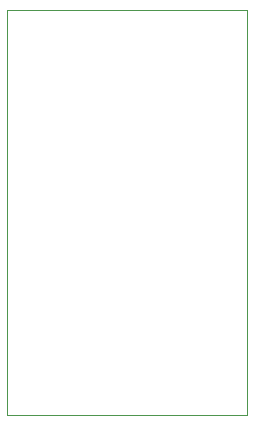
<source format=gm1>
G04 #@! TF.GenerationSoftware,KiCad,Pcbnew,7.0.7*
G04 #@! TF.CreationDate,2024-02-07T12:10:54-08:00*
G04 #@! TF.ProjectId,Raven Expansion,52617665-6e20-4457-9870-616e73696f6e,rev?*
G04 #@! TF.SameCoordinates,Original*
G04 #@! TF.FileFunction,Profile,NP*
%FSLAX46Y46*%
G04 Gerber Fmt 4.6, Leading zero omitted, Abs format (unit mm)*
G04 Created by KiCad (PCBNEW 7.0.7) date 2024-02-07 12:10:54*
%MOMM*%
%LPD*%
G01*
G04 APERTURE LIST*
G04 #@! TA.AperFunction,Profile*
%ADD10C,0.100000*%
G04 #@! TD*
G04 APERTURE END LIST*
D10*
X25400000Y-25400000D02*
X45720000Y-25400000D01*
X45720000Y-59690000D01*
X25400000Y-59690000D01*
X25400000Y-25400000D01*
M02*

</source>
